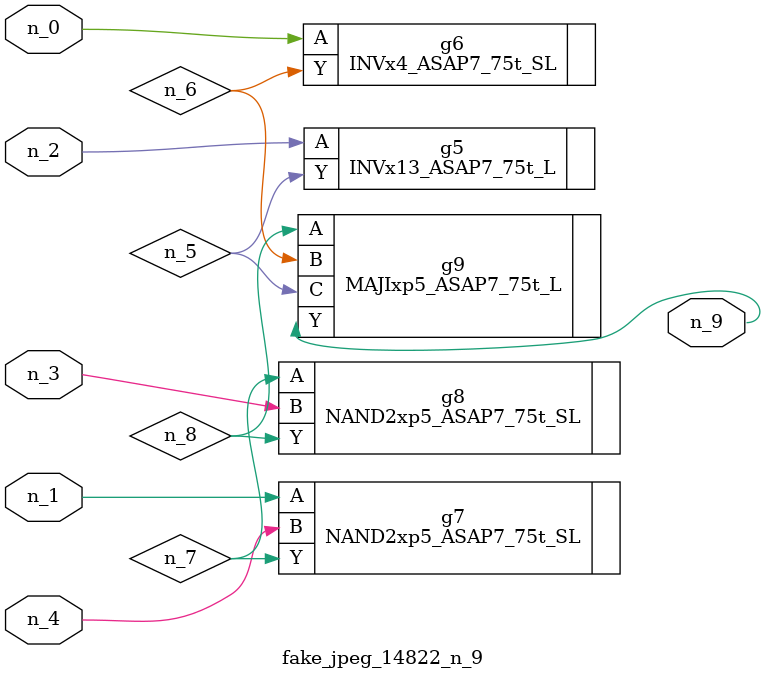
<source format=v>
module fake_jpeg_14822_n_9 (n_3, n_2, n_1, n_0, n_4, n_9);

input n_3;
input n_2;
input n_1;
input n_0;
input n_4;

output n_9;

wire n_8;
wire n_6;
wire n_5;
wire n_7;

INVx13_ASAP7_75t_L g5 ( 
.A(n_2),
.Y(n_5)
);

INVx4_ASAP7_75t_SL g6 ( 
.A(n_0),
.Y(n_6)
);

NAND2xp5_ASAP7_75t_SL g7 ( 
.A(n_1),
.B(n_4),
.Y(n_7)
);

NAND2xp5_ASAP7_75t_SL g8 ( 
.A(n_7),
.B(n_3),
.Y(n_8)
);

MAJIxp5_ASAP7_75t_L g9 ( 
.A(n_8),
.B(n_6),
.C(n_5),
.Y(n_9)
);


endmodule
</source>
